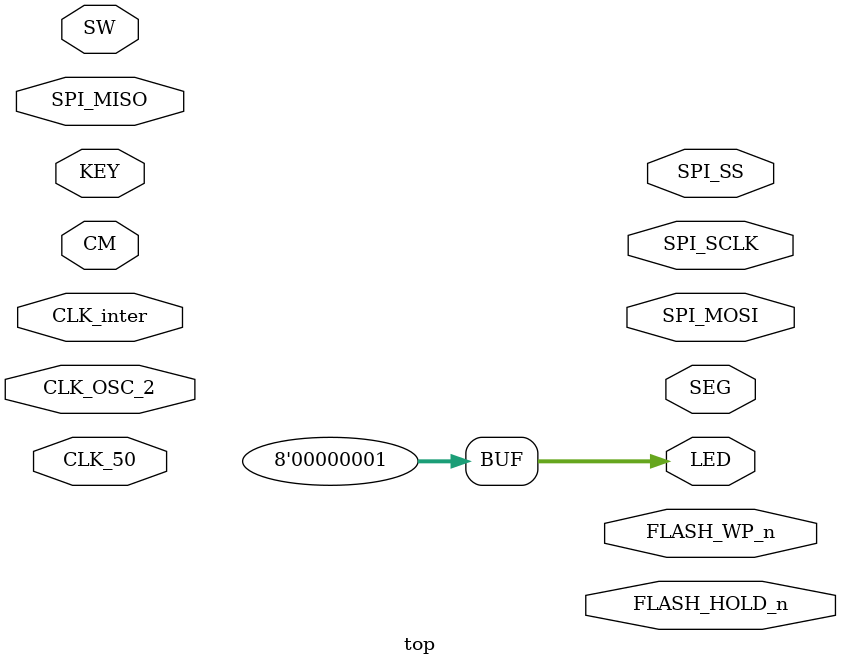
<source format=v>
module top(CLK_50, CLK_OSC_2, CM, CLK_inter, SPI_SS, SPI_MISO, SPI_SCLK, SPI_MOSI, FLASH_WP_n, FLASH_HOLD_n, LED, SEG, KEY, SW);
	/* FPGA Clocks */
	input CLK_50;
	input CLK_OSC_2;
	
	/* Chip Interconnect */
	input [7:0] CM;		// connects to PA0-7 (all of PORTA) of Xmega
                        // CM0 requires SSPI to be set as regular IO
	input CLK_inter; 	// connects to PC0 of Xmega
	
	/* SPI & Flash - FPGA as master configuration - change as needed */
	output SPI_SS;			// SS port - connects to PC4
	input SPI_MISO;			// MISO port - connects to PC6
	output SPI_SCLK;		// SCLK port - connects to PC7
	output SPI_MOSI;		// SCLK port - connects to PC5
	output FLASH_WP_n;		// WP_n port - connects to PE2
	output FLASH_HOLD_n;	// HOLD_n port - connects to PE1
	
	/* FPGA User Interface */
	output [7:0] LED;	// yellow LEDs
	output [7:0] SEG;	// 7 segment display: light up = '0', no light = '1'
						// SEG[6:0] lights up G,F,...,A sections, respectively
						// SEG[7] lights up display point (DP)
	
	/* FPGA Button/Switch */
	input [2:0] KEY;	// key buttons
	input [9:0] SW;		// switches: switch up = '0', switch down = '1'
	
	
	/* FPGA GPIO - Add GPIOs based on HaHa manual */
	
	
	/* Add the remaining circuitry from here */
	/* CM may need to be compared to 8'h00 if that's how we wrote the other code */
	assign LED = 8'h01;

endmodule

</source>
